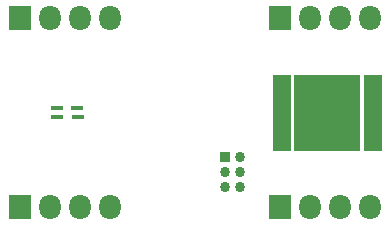
<source format=gbr>
G04 #@! TF.FileFunction,Soldermask,Bot*
%FSLAX46Y46*%
G04 Gerber Fmt 4.6, Leading zero omitted, Abs format (unit mm)*
G04 Created by KiCad (PCBNEW (2015-09-02 BZR 6149, Git 4a56ee4)-product) date 11/10/2015 2:24:38 PM*
%MOMM*%
G01*
G04 APERTURE LIST*
%ADD10C,0.100000*%
%ADD11R,1.828800X2.133600*%
%ADD12O,1.828800X2.133600*%
%ADD13R,5.701600X6.561600*%
%ADD14R,1.501600X6.561600*%
%ADD15R,1.001600X0.451600*%
%ADD16R,1.101600X0.451600*%
%ADD17R,0.863600X0.863600*%
%ADD18C,0.863600*%
G04 APERTURE END LIST*
D10*
D11*
X78000000Y-52000000D03*
D12*
X80540000Y-52000000D03*
X83080000Y-52000000D03*
X85620000Y-52000000D03*
D11*
X78000000Y-68000000D03*
D12*
X80540000Y-68000000D03*
X83080000Y-68000000D03*
X85620000Y-68000000D03*
D11*
X56000000Y-52000000D03*
D12*
X58540000Y-52000000D03*
X61080000Y-52000000D03*
X63620000Y-52000000D03*
D11*
X56000000Y-68000000D03*
D12*
X58540000Y-68000000D03*
X61080000Y-68000000D03*
X63620000Y-68000000D03*
D13*
X82000000Y-60000000D03*
D14*
X78150000Y-60000000D03*
X85850000Y-60000000D03*
D15*
X60900000Y-60350000D03*
D16*
X60850000Y-59650000D03*
D15*
X59100000Y-60350000D03*
X59100000Y-59650000D03*
D17*
X73365000Y-63730000D03*
D18*
X74635000Y-63730000D03*
X73365000Y-65000000D03*
X74635000Y-65000000D03*
X73365000Y-66270000D03*
X74635000Y-66270000D03*
M02*

</source>
